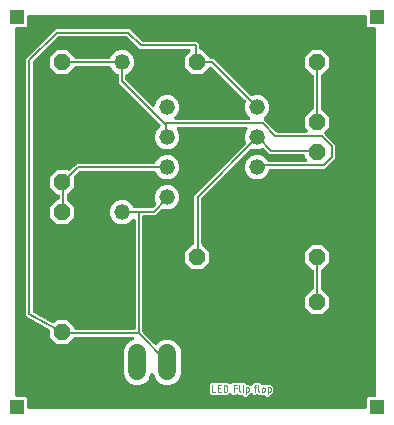
<source format=gbr>
G04 EAGLE Gerber X2 export*
%TF.Part,Single*%
%TF.FileFunction,Copper,L1,Top,Mixed*%
%TF.FilePolarity,Positive*%
%TF.GenerationSoftware,Autodesk,EAGLE,8.6.1*%
%TF.CreationDate,2018-02-10T19:35:33Z*%
G75*
%MOMM*%
%FSLAX34Y34*%
%LPD*%
%AMOC8*
5,1,8,0,0,1.08239X$1,22.5*%
G01*
%ADD10C,0.050800*%
%ADD11C,1.320800*%
%ADD12P,1.429621X8X292.500000*%
%ADD13C,1.524000*%
%ADD14P,1.429621X8X202.500000*%
%ADD15P,1.429621X8X112.500000*%
%ADD16C,0.152400*%
%ADD17R,1.300000X1.300000*%

G36*
X650370Y341380D02*
X650370Y341380D01*
X650396Y341378D01*
X650543Y341400D01*
X650690Y341417D01*
X650715Y341425D01*
X650741Y341429D01*
X650879Y341484D01*
X651018Y341534D01*
X651040Y341548D01*
X651065Y341558D01*
X651186Y341643D01*
X651311Y341723D01*
X651329Y341742D01*
X651351Y341757D01*
X651450Y341867D01*
X651553Y341974D01*
X651567Y341996D01*
X651584Y342016D01*
X651656Y342146D01*
X651732Y342273D01*
X651740Y342298D01*
X651753Y342321D01*
X651793Y342464D01*
X651838Y342605D01*
X651840Y342631D01*
X651848Y342656D01*
X651867Y342900D01*
X651867Y350242D01*
X653058Y351433D01*
X658116Y351433D01*
X658142Y351436D01*
X658168Y351434D01*
X658315Y351456D01*
X658462Y351473D01*
X658487Y351481D01*
X658513Y351485D01*
X658651Y351540D01*
X658790Y351590D01*
X658812Y351604D01*
X658837Y351614D01*
X658958Y351699D01*
X659083Y351779D01*
X659101Y351798D01*
X659123Y351813D01*
X659222Y351923D01*
X659325Y352030D01*
X659339Y352052D01*
X659356Y352072D01*
X659428Y352202D01*
X659504Y352329D01*
X659512Y352354D01*
X659525Y352377D01*
X659565Y352520D01*
X659610Y352661D01*
X659612Y352687D01*
X659620Y352712D01*
X659639Y352956D01*
X659639Y663044D01*
X659636Y663070D01*
X659638Y663096D01*
X659616Y663243D01*
X659599Y663390D01*
X659591Y663415D01*
X659587Y663441D01*
X659532Y663579D01*
X659482Y663718D01*
X659468Y663740D01*
X659458Y663765D01*
X659373Y663886D01*
X659293Y664011D01*
X659274Y664029D01*
X659259Y664051D01*
X659149Y664150D01*
X659042Y664253D01*
X659020Y664267D01*
X659000Y664284D01*
X658870Y664356D01*
X658743Y664432D01*
X658718Y664440D01*
X658695Y664453D01*
X658552Y664493D01*
X658411Y664538D01*
X658385Y664540D01*
X658360Y664548D01*
X658116Y664567D01*
X653058Y664567D01*
X651867Y665758D01*
X651867Y673100D01*
X651864Y673126D01*
X651866Y673152D01*
X651844Y673299D01*
X651827Y673446D01*
X651819Y673471D01*
X651815Y673497D01*
X651760Y673635D01*
X651710Y673774D01*
X651696Y673796D01*
X651686Y673821D01*
X651601Y673942D01*
X651521Y674067D01*
X651502Y674085D01*
X651487Y674107D01*
X651377Y674206D01*
X651270Y674309D01*
X651248Y674323D01*
X651228Y674340D01*
X651098Y674412D01*
X650971Y674488D01*
X650946Y674496D01*
X650923Y674509D01*
X650780Y674549D01*
X650639Y674594D01*
X650613Y674596D01*
X650588Y674604D01*
X650344Y674623D01*
X365656Y674623D01*
X365630Y674620D01*
X365604Y674622D01*
X365457Y674600D01*
X365310Y674583D01*
X365285Y674575D01*
X365259Y674571D01*
X365121Y674516D01*
X364982Y674466D01*
X364960Y674452D01*
X364935Y674442D01*
X364814Y674357D01*
X364689Y674277D01*
X364671Y674258D01*
X364649Y674243D01*
X364550Y674133D01*
X364447Y674026D01*
X364433Y674004D01*
X364416Y673984D01*
X364344Y673854D01*
X364268Y673727D01*
X364260Y673702D01*
X364247Y673679D01*
X364207Y673536D01*
X364162Y673395D01*
X364160Y673369D01*
X364152Y673344D01*
X364133Y673100D01*
X364133Y665758D01*
X362942Y664567D01*
X355600Y664567D01*
X355574Y664564D01*
X355548Y664566D01*
X355401Y664544D01*
X355254Y664527D01*
X355229Y664519D01*
X355203Y664515D01*
X355065Y664460D01*
X354926Y664410D01*
X354904Y664396D01*
X354879Y664386D01*
X354758Y664301D01*
X354633Y664221D01*
X354615Y664202D01*
X354593Y664187D01*
X354494Y664077D01*
X354391Y663970D01*
X354377Y663948D01*
X354360Y663928D01*
X354288Y663798D01*
X354212Y663671D01*
X354204Y663646D01*
X354191Y663623D01*
X354151Y663480D01*
X354106Y663339D01*
X354104Y663313D01*
X354096Y663288D01*
X354077Y663044D01*
X354077Y352956D01*
X354080Y352930D01*
X354078Y352904D01*
X354100Y352757D01*
X354117Y352610D01*
X354125Y352585D01*
X354129Y352559D01*
X354184Y352421D01*
X354234Y352282D01*
X354248Y352260D01*
X354258Y352235D01*
X354343Y352114D01*
X354423Y351989D01*
X354442Y351971D01*
X354457Y351949D01*
X354567Y351850D01*
X354674Y351747D01*
X354696Y351733D01*
X354716Y351716D01*
X354846Y351644D01*
X354973Y351568D01*
X354998Y351560D01*
X355021Y351547D01*
X355164Y351507D01*
X355305Y351462D01*
X355331Y351460D01*
X355356Y351452D01*
X355600Y351433D01*
X362942Y351433D01*
X364133Y350242D01*
X364133Y342900D01*
X364136Y342874D01*
X364134Y342848D01*
X364156Y342701D01*
X364173Y342554D01*
X364181Y342529D01*
X364185Y342503D01*
X364240Y342365D01*
X364290Y342226D01*
X364304Y342204D01*
X364314Y342179D01*
X364399Y342058D01*
X364479Y341933D01*
X364498Y341915D01*
X364513Y341893D01*
X364623Y341794D01*
X364730Y341691D01*
X364752Y341677D01*
X364772Y341660D01*
X364902Y341588D01*
X365029Y341512D01*
X365054Y341504D01*
X365077Y341491D01*
X365220Y341451D01*
X365361Y341406D01*
X365387Y341404D01*
X365412Y341396D01*
X365656Y341377D01*
X650344Y341377D01*
X650370Y341380D01*
G37*
%LPC*%
G36*
X454926Y361949D02*
X454926Y361949D01*
X450725Y363690D01*
X447510Y366905D01*
X445769Y371106D01*
X445769Y390894D01*
X447510Y395095D01*
X450725Y398310D01*
X453980Y399659D01*
X454024Y399683D01*
X454071Y399700D01*
X454176Y399768D01*
X454285Y399828D01*
X454322Y399862D01*
X454364Y399889D01*
X454451Y399979D01*
X454543Y400062D01*
X454571Y400104D01*
X454606Y400140D01*
X454670Y400247D01*
X454741Y400349D01*
X454759Y400396D01*
X454785Y400439D01*
X454823Y400557D01*
X454869Y400673D01*
X454876Y400723D01*
X454891Y400771D01*
X454901Y400895D01*
X454919Y401018D01*
X454915Y401068D01*
X454919Y401118D01*
X454901Y401241D01*
X454891Y401365D01*
X454875Y401413D01*
X454868Y401463D01*
X454822Y401578D01*
X454783Y401697D01*
X454757Y401740D01*
X454739Y401787D01*
X454668Y401889D01*
X454604Y401995D01*
X454569Y402032D01*
X454540Y402073D01*
X454448Y402156D01*
X454361Y402245D01*
X454319Y402273D01*
X454281Y402306D01*
X454172Y402366D01*
X454068Y402434D01*
X454020Y402451D01*
X453976Y402475D01*
X453856Y402509D01*
X453739Y402550D01*
X453689Y402556D01*
X453641Y402570D01*
X453397Y402589D01*
X405249Y402589D01*
X405123Y402575D01*
X404997Y402568D01*
X404951Y402555D01*
X404903Y402549D01*
X404784Y402507D01*
X404662Y402472D01*
X404620Y402448D01*
X404575Y402432D01*
X404468Y402363D01*
X404358Y402302D01*
X404312Y402262D01*
X404282Y402243D01*
X404248Y402208D01*
X404172Y402143D01*
X398014Y395985D01*
X389386Y395985D01*
X383285Y402086D01*
X383285Y407952D01*
X383266Y408117D01*
X383247Y408293D01*
X383246Y408296D01*
X383245Y408298D01*
X383188Y408458D01*
X383130Y408622D01*
X383129Y408624D01*
X383128Y408626D01*
X383036Y408769D01*
X382942Y408915D01*
X382940Y408917D01*
X382939Y408919D01*
X382815Y409038D01*
X382692Y409158D01*
X382690Y409160D01*
X382688Y409161D01*
X382679Y409167D01*
X382487Y409291D01*
X365645Y418408D01*
X365570Y418438D01*
X365500Y418477D01*
X365409Y418502D01*
X365322Y418537D01*
X365242Y418550D01*
X365164Y418572D01*
X365026Y418583D01*
X364977Y418590D01*
X364955Y418588D01*
X364920Y418591D01*
X364856Y418591D01*
X364483Y418965D01*
X364406Y419026D01*
X364336Y419094D01*
X364248Y419151D01*
X364210Y419182D01*
X364179Y419196D01*
X364131Y419228D01*
X363666Y419479D01*
X363647Y419541D01*
X363616Y419615D01*
X363593Y419693D01*
X363547Y419775D01*
X363510Y419861D01*
X363462Y419926D01*
X363423Y419997D01*
X363333Y420102D01*
X363304Y420142D01*
X363287Y420157D01*
X363264Y420183D01*
X363219Y420228D01*
X363219Y420757D01*
X363208Y420854D01*
X363207Y420952D01*
X363185Y421055D01*
X363179Y421103D01*
X363168Y421135D01*
X363156Y421192D01*
X363005Y421698D01*
X363036Y421755D01*
X363066Y421830D01*
X363105Y421900D01*
X363130Y421991D01*
X363165Y422078D01*
X363178Y422158D01*
X363200Y422236D01*
X363211Y422374D01*
X363218Y422422D01*
X363216Y422445D01*
X363219Y422480D01*
X363219Y637682D01*
X388224Y662687D01*
X450992Y662687D01*
X461213Y652465D01*
X461312Y652386D01*
X461406Y652302D01*
X461449Y652278D01*
X461486Y652248D01*
X461601Y652194D01*
X461711Y652133D01*
X461758Y652120D01*
X461802Y652099D01*
X461925Y652073D01*
X462047Y652038D01*
X462108Y652033D01*
X462142Y652026D01*
X462190Y652027D01*
X462291Y652019D01*
X506538Y652019D01*
X506583Y652024D01*
X506673Y652025D01*
X507759Y652122D01*
X507795Y652111D01*
X508570Y651336D01*
X508606Y651308D01*
X508670Y651245D01*
X509506Y650546D01*
X509525Y650513D01*
X509525Y649416D01*
X509530Y649371D01*
X509531Y649281D01*
X509752Y646803D01*
X509779Y646672D01*
X509799Y646541D01*
X509814Y646502D01*
X509823Y646461D01*
X509878Y646341D01*
X509927Y646217D01*
X509951Y646183D01*
X509969Y646145D01*
X510051Y646040D01*
X510126Y645931D01*
X510157Y645903D01*
X510183Y645870D01*
X510286Y645787D01*
X510385Y645698D01*
X510422Y645677D01*
X510454Y645651D01*
X510574Y645593D01*
X510690Y645529D01*
X510730Y645518D01*
X510768Y645500D01*
X510898Y645470D01*
X511025Y645434D01*
X511077Y645430D01*
X511108Y645423D01*
X511158Y645424D01*
X511269Y645415D01*
X512314Y645415D01*
X518415Y639314D01*
X518415Y639064D01*
X518418Y639038D01*
X518416Y639012D01*
X518438Y638865D01*
X518455Y638718D01*
X518463Y638693D01*
X518467Y638667D01*
X518522Y638529D01*
X518572Y638390D01*
X518586Y638368D01*
X518596Y638343D01*
X518681Y638222D01*
X518761Y638097D01*
X518780Y638079D01*
X518795Y638057D01*
X518905Y637958D01*
X519012Y637855D01*
X519034Y637841D01*
X519054Y637824D01*
X519184Y637752D01*
X519311Y637676D01*
X519336Y637668D01*
X519359Y637655D01*
X519502Y637615D01*
X519643Y637570D01*
X519669Y637568D01*
X519694Y637560D01*
X519938Y637541D01*
X522112Y637541D01*
X552904Y606748D01*
X552964Y606701D01*
X553017Y606646D01*
X553100Y606593D01*
X553177Y606532D01*
X553246Y606499D01*
X553310Y606458D01*
X553403Y606425D01*
X553492Y606383D01*
X553567Y606367D01*
X553639Y606341D01*
X553737Y606330D01*
X553833Y606309D01*
X553909Y606311D01*
X553985Y606302D01*
X554083Y606314D01*
X554181Y606315D01*
X554255Y606334D01*
X554331Y606343D01*
X554473Y606389D01*
X554519Y606400D01*
X554536Y606409D01*
X554564Y606418D01*
X556728Y607315D01*
X560872Y607315D01*
X564700Y605729D01*
X567629Y602800D01*
X569215Y598972D01*
X569215Y594828D01*
X567629Y591000D01*
X564773Y588144D01*
X564756Y588123D01*
X564736Y588106D01*
X564648Y587987D01*
X564556Y587871D01*
X564545Y587847D01*
X564529Y587826D01*
X564470Y587690D01*
X564407Y587556D01*
X564402Y587530D01*
X564391Y587506D01*
X564365Y587360D01*
X564334Y587215D01*
X564334Y587189D01*
X564329Y587163D01*
X564337Y587015D01*
X564340Y586867D01*
X564346Y586841D01*
X564347Y586815D01*
X564389Y586672D01*
X564425Y586529D01*
X564437Y586505D01*
X564444Y586480D01*
X564516Y586351D01*
X564584Y586219D01*
X564601Y586199D01*
X564614Y586176D01*
X564773Y585990D01*
X575005Y575757D01*
X575104Y575678D01*
X575198Y575594D01*
X575241Y575570D01*
X575278Y575540D01*
X575393Y575486D01*
X575503Y575425D01*
X575550Y575412D01*
X575594Y575391D01*
X575717Y575365D01*
X575839Y575330D01*
X575900Y575325D01*
X575934Y575318D01*
X575982Y575319D01*
X576083Y575311D01*
X600083Y575311D01*
X600183Y575322D01*
X600283Y575324D01*
X600356Y575342D01*
X600429Y575351D01*
X600524Y575384D01*
X600621Y575409D01*
X600688Y575443D01*
X600758Y575468D01*
X600842Y575523D01*
X600931Y575569D01*
X600988Y575617D01*
X601050Y575657D01*
X601120Y575729D01*
X601197Y575794D01*
X601241Y575854D01*
X601293Y575908D01*
X601344Y575994D01*
X601404Y576075D01*
X601433Y576143D01*
X601471Y576207D01*
X601502Y576303D01*
X601542Y576395D01*
X601555Y576468D01*
X601578Y576539D01*
X601586Y576639D01*
X601603Y576738D01*
X601600Y576812D01*
X601606Y576886D01*
X601591Y576986D01*
X601585Y577086D01*
X601565Y577157D01*
X601554Y577231D01*
X601517Y577324D01*
X601489Y577421D01*
X601453Y577486D01*
X601425Y577555D01*
X601368Y577637D01*
X601319Y577725D01*
X601254Y577801D01*
X601226Y577841D01*
X601200Y577865D01*
X601160Y577911D01*
X599185Y579886D01*
X599185Y588514D01*
X605286Y594615D01*
X605536Y594615D01*
X605562Y594618D01*
X605588Y594616D01*
X605735Y594638D01*
X605882Y594655D01*
X605907Y594663D01*
X605933Y594667D01*
X606071Y594722D01*
X606210Y594772D01*
X606232Y594786D01*
X606257Y594796D01*
X606378Y594881D01*
X606503Y594961D01*
X606521Y594980D01*
X606543Y594995D01*
X606642Y595105D01*
X606745Y595212D01*
X606759Y595234D01*
X606776Y595254D01*
X606848Y595384D01*
X606924Y595511D01*
X606932Y595536D01*
X606945Y595559D01*
X606985Y595702D01*
X607030Y595843D01*
X607032Y595869D01*
X607040Y595894D01*
X607059Y596138D01*
X607059Y623062D01*
X607056Y623088D01*
X607058Y623114D01*
X607036Y623261D01*
X607019Y623408D01*
X607011Y623433D01*
X607007Y623459D01*
X606952Y623597D01*
X606902Y623736D01*
X606888Y623758D01*
X606878Y623783D01*
X606793Y623904D01*
X606713Y624029D01*
X606694Y624047D01*
X606679Y624069D01*
X606569Y624168D01*
X606462Y624271D01*
X606440Y624285D01*
X606420Y624302D01*
X606290Y624374D01*
X606163Y624450D01*
X606138Y624458D01*
X606115Y624471D01*
X605972Y624511D01*
X605831Y624556D01*
X605805Y624558D01*
X605780Y624566D01*
X605536Y624585D01*
X605286Y624585D01*
X599185Y630686D01*
X599185Y639314D01*
X605286Y645415D01*
X613914Y645415D01*
X620015Y639314D01*
X620015Y630686D01*
X613880Y624552D01*
X613826Y624545D01*
X613801Y624537D01*
X613775Y624533D01*
X613637Y624478D01*
X613498Y624428D01*
X613476Y624414D01*
X613451Y624404D01*
X613330Y624319D01*
X613205Y624239D01*
X613187Y624220D01*
X613165Y624205D01*
X613066Y624095D01*
X612963Y623988D01*
X612949Y623966D01*
X612932Y623946D01*
X612860Y623816D01*
X612784Y623689D01*
X612776Y623664D01*
X612763Y623641D01*
X612723Y623498D01*
X612678Y623357D01*
X612676Y623331D01*
X612668Y623306D01*
X612649Y623062D01*
X612649Y596138D01*
X612652Y596112D01*
X612650Y596086D01*
X612672Y595939D01*
X612689Y595792D01*
X612697Y595767D01*
X612701Y595741D01*
X612756Y595603D01*
X612806Y595464D01*
X612820Y595442D01*
X612830Y595417D01*
X612915Y595296D01*
X612995Y595171D01*
X613014Y595153D01*
X613029Y595131D01*
X613139Y595032D01*
X613246Y594929D01*
X613268Y594915D01*
X613288Y594898D01*
X613418Y594826D01*
X613545Y594750D01*
X613570Y594742D01*
X613593Y594729D01*
X613736Y594689D01*
X613877Y594644D01*
X613886Y594643D01*
X620015Y588514D01*
X620015Y579886D01*
X616081Y575952D01*
X616064Y575931D01*
X616044Y575914D01*
X615956Y575795D01*
X615864Y575679D01*
X615853Y575655D01*
X615837Y575634D01*
X615778Y575498D01*
X615715Y575364D01*
X615710Y575338D01*
X615699Y575314D01*
X615673Y575168D01*
X615642Y575023D01*
X615642Y574997D01*
X615637Y574971D01*
X615645Y574823D01*
X615648Y574675D01*
X615654Y574649D01*
X615655Y574623D01*
X615696Y574481D01*
X615733Y574337D01*
X615745Y574313D01*
X615752Y574288D01*
X615824Y574159D01*
X615892Y574027D01*
X615909Y574007D01*
X615922Y573984D01*
X616081Y573798D01*
X616651Y573227D01*
X625095Y564784D01*
X625095Y553578D01*
X616346Y544829D01*
X570564Y544829D01*
X570488Y544821D01*
X570412Y544822D01*
X570316Y544801D01*
X570218Y544789D01*
X570146Y544764D01*
X570071Y544747D01*
X569983Y544705D01*
X569890Y544672D01*
X569826Y544630D01*
X569757Y544598D01*
X569680Y544536D01*
X569597Y544483D01*
X569544Y544428D01*
X569484Y544380D01*
X569423Y544303D01*
X569355Y544232D01*
X569316Y544167D01*
X569268Y544107D01*
X569200Y543973D01*
X569176Y543933D01*
X569170Y543915D01*
X569157Y543889D01*
X567629Y540200D01*
X564700Y537271D01*
X560872Y535685D01*
X556728Y535685D01*
X552900Y537271D01*
X549971Y540200D01*
X548385Y544028D01*
X548385Y548172D01*
X549971Y552000D01*
X552900Y554929D01*
X556728Y556515D01*
X560872Y556515D01*
X564700Y554929D01*
X567629Y552000D01*
X567894Y551359D01*
X567932Y551292D01*
X567960Y551221D01*
X568016Y551141D01*
X568064Y551054D01*
X568115Y550998D01*
X568159Y550935D01*
X568232Y550869D01*
X568298Y550796D01*
X568361Y550753D01*
X568418Y550702D01*
X568504Y550654D01*
X568585Y550598D01*
X568656Y550570D01*
X568723Y550533D01*
X568817Y550506D01*
X568909Y550470D01*
X568984Y550459D01*
X569058Y550438D01*
X569207Y550426D01*
X569254Y550419D01*
X569273Y550421D01*
X569302Y550419D01*
X599575Y550419D01*
X599675Y550430D01*
X599775Y550432D01*
X599848Y550450D01*
X599921Y550459D01*
X600016Y550492D01*
X600113Y550517D01*
X600180Y550551D01*
X600250Y550576D01*
X600334Y550631D01*
X600423Y550677D01*
X600480Y550725D01*
X600542Y550765D01*
X600612Y550837D01*
X600689Y550902D01*
X600733Y550962D01*
X600785Y551016D01*
X600836Y551102D01*
X600896Y551183D01*
X600925Y551251D01*
X600963Y551315D01*
X600994Y551411D01*
X601034Y551503D01*
X601047Y551576D01*
X601070Y551647D01*
X601078Y551747D01*
X601095Y551846D01*
X601092Y551920D01*
X601098Y551994D01*
X601083Y552094D01*
X601077Y552194D01*
X601057Y552265D01*
X601046Y552339D01*
X601009Y552432D01*
X600981Y552529D01*
X600945Y552594D01*
X600917Y552663D01*
X600860Y552745D01*
X600811Y552833D01*
X600746Y552909D01*
X600718Y552949D01*
X600692Y552973D01*
X600652Y553019D01*
X599185Y554486D01*
X599185Y555752D01*
X599182Y555778D01*
X599184Y555804D01*
X599162Y555951D01*
X599145Y556098D01*
X599137Y556123D01*
X599133Y556149D01*
X599078Y556287D01*
X599028Y556426D01*
X599014Y556448D01*
X599004Y556473D01*
X598919Y556594D01*
X598839Y556719D01*
X598820Y556737D01*
X598805Y556759D01*
X598695Y556858D01*
X598588Y556961D01*
X598566Y556975D01*
X598546Y556992D01*
X598416Y557064D01*
X598289Y557140D01*
X598264Y557148D01*
X598241Y557161D01*
X598098Y557201D01*
X597957Y557246D01*
X597931Y557248D01*
X597906Y557256D01*
X597662Y557275D01*
X569580Y557275D01*
X565055Y561800D01*
X564995Y561848D01*
X564942Y561903D01*
X564859Y561956D01*
X564782Y562017D01*
X564713Y562050D01*
X564649Y562091D01*
X564556Y562124D01*
X564467Y562166D01*
X564393Y562182D01*
X564320Y562208D01*
X564222Y562219D01*
X564126Y562239D01*
X564050Y562238D01*
X563974Y562247D01*
X563876Y562235D01*
X563778Y562233D01*
X563704Y562215D01*
X563628Y562206D01*
X563486Y562160D01*
X563440Y562148D01*
X563423Y562140D01*
X563395Y562131D01*
X560872Y561085D01*
X556728Y561085D01*
X554744Y561907D01*
X554670Y561928D01*
X554600Y561959D01*
X554503Y561976D01*
X554408Y562003D01*
X554332Y562007D01*
X554257Y562020D01*
X554159Y562015D01*
X554060Y562020D01*
X553985Y562006D01*
X553909Y562002D01*
X553814Y561975D01*
X553718Y561957D01*
X553647Y561927D01*
X553574Y561906D01*
X553488Y561858D01*
X553398Y561819D01*
X553337Y561773D01*
X553270Y561736D01*
X553156Y561639D01*
X553118Y561611D01*
X553106Y561596D01*
X553084Y561577D01*
X511749Y520243D01*
X511670Y520144D01*
X511586Y520050D01*
X511562Y520007D01*
X511532Y519970D01*
X511478Y519855D01*
X511417Y519745D01*
X511404Y519698D01*
X511383Y519654D01*
X511357Y519531D01*
X511322Y519409D01*
X511317Y519348D01*
X511310Y519314D01*
X511311Y519266D01*
X511303Y519165D01*
X511303Y481838D01*
X511306Y481812D01*
X511304Y481786D01*
X511326Y481639D01*
X511343Y481492D01*
X511351Y481467D01*
X511355Y481441D01*
X511410Y481303D01*
X511460Y481164D01*
X511474Y481142D01*
X511484Y481117D01*
X511569Y480996D01*
X511649Y480871D01*
X511668Y480853D01*
X511683Y480831D01*
X511793Y480732D01*
X511900Y480629D01*
X511922Y480615D01*
X511942Y480598D01*
X512072Y480526D01*
X512149Y480480D01*
X518415Y474214D01*
X518415Y465586D01*
X512314Y459485D01*
X503686Y459485D01*
X497585Y465586D01*
X497585Y474214D01*
X503686Y480315D01*
X504190Y480315D01*
X504216Y480318D01*
X504242Y480316D01*
X504389Y480338D01*
X504536Y480355D01*
X504561Y480363D01*
X504587Y480367D01*
X504725Y480422D01*
X504864Y480472D01*
X504886Y480486D01*
X504911Y480496D01*
X505032Y480581D01*
X505157Y480661D01*
X505175Y480680D01*
X505197Y480695D01*
X505296Y480805D01*
X505399Y480912D01*
X505413Y480934D01*
X505430Y480954D01*
X505502Y481084D01*
X505578Y481211D01*
X505586Y481236D01*
X505599Y481259D01*
X505639Y481401D01*
X505684Y481543D01*
X505686Y481569D01*
X505694Y481594D01*
X505713Y481838D01*
X505713Y522112D01*
X549026Y565424D01*
X549074Y565484D01*
X549128Y565537D01*
X549181Y565620D01*
X549243Y565697D01*
X549275Y565766D01*
X549317Y565831D01*
X549350Y565924D01*
X549392Y566012D01*
X549408Y566087D01*
X549433Y566159D01*
X549444Y566257D01*
X549465Y566353D01*
X549464Y566429D01*
X549472Y566506D01*
X549461Y566603D01*
X549459Y566702D01*
X549440Y566776D01*
X549431Y566852D01*
X549386Y566994D01*
X549374Y567040D01*
X549365Y567057D01*
X549356Y567084D01*
X548385Y569428D01*
X548385Y573572D01*
X549971Y577400D01*
X550360Y577789D01*
X550423Y577867D01*
X550492Y577940D01*
X550531Y578004D01*
X550577Y578062D01*
X550620Y578153D01*
X550671Y578239D01*
X550694Y578310D01*
X550726Y578377D01*
X550747Y578475D01*
X550778Y578571D01*
X550784Y578645D01*
X550799Y578718D01*
X550797Y578818D01*
X550806Y578918D01*
X550794Y578992D01*
X550793Y579066D01*
X550769Y579163D01*
X550754Y579263D01*
X550726Y579332D01*
X550708Y579404D01*
X550662Y579493D01*
X550625Y579587D01*
X550583Y579648D01*
X550549Y579714D01*
X550483Y579791D01*
X550426Y579873D01*
X550371Y579923D01*
X550323Y579979D01*
X550242Y580039D01*
X550167Y580106D01*
X550102Y580142D01*
X550042Y580187D01*
X549950Y580226D01*
X549862Y580275D01*
X549791Y580295D01*
X549722Y580325D01*
X549624Y580342D01*
X549527Y580370D01*
X549427Y580378D01*
X549379Y580386D01*
X549344Y580384D01*
X549283Y580389D01*
X492117Y580389D01*
X492017Y580378D01*
X491917Y580376D01*
X491844Y580358D01*
X491771Y580349D01*
X491676Y580316D01*
X491579Y580291D01*
X491513Y580257D01*
X491443Y580232D01*
X491358Y580177D01*
X491269Y580131D01*
X491212Y580083D01*
X491150Y580043D01*
X491080Y579971D01*
X491003Y579906D01*
X490959Y579846D01*
X490908Y579792D01*
X490856Y579706D01*
X490796Y579625D01*
X490767Y579557D01*
X490729Y579493D01*
X490698Y579398D01*
X490658Y579305D01*
X490645Y579232D01*
X490622Y579161D01*
X490614Y579061D01*
X490597Y578962D01*
X490600Y578888D01*
X490594Y578814D01*
X490609Y578715D01*
X490615Y578614D01*
X490635Y578543D01*
X490646Y578469D01*
X490683Y578376D01*
X490711Y578279D01*
X490747Y578214D01*
X490775Y578145D01*
X490832Y578063D01*
X490881Y577975D01*
X490946Y577899D01*
X490974Y577859D01*
X491000Y577835D01*
X491040Y577789D01*
X491429Y577400D01*
X493015Y573572D01*
X493015Y569428D01*
X491429Y565600D01*
X488500Y562671D01*
X484672Y561085D01*
X480528Y561085D01*
X476700Y562671D01*
X473771Y565600D01*
X472185Y569428D01*
X472185Y573572D01*
X473771Y577400D01*
X476754Y580383D01*
X476771Y580404D01*
X476791Y580421D01*
X476879Y580540D01*
X476971Y580656D01*
X476982Y580680D01*
X476998Y580701D01*
X477057Y580837D01*
X477120Y580971D01*
X477125Y580997D01*
X477136Y581021D01*
X477162Y581167D01*
X477193Y581312D01*
X477193Y581338D01*
X477198Y581364D01*
X477190Y581512D01*
X477187Y581660D01*
X477181Y581686D01*
X477180Y581712D01*
X477139Y581854D01*
X477102Y581998D01*
X477090Y582022D01*
X477083Y582047D01*
X477011Y582176D01*
X476943Y582308D01*
X476926Y582328D01*
X476913Y582351D01*
X476754Y582537D01*
X443789Y615503D01*
X441705Y617586D01*
X441705Y623867D01*
X441697Y623943D01*
X441698Y624019D01*
X441677Y624116D01*
X441665Y624213D01*
X441640Y624285D01*
X441623Y624360D01*
X441581Y624449D01*
X441548Y624541D01*
X441506Y624606D01*
X441474Y624675D01*
X441412Y624751D01*
X441359Y624834D01*
X441304Y624887D01*
X441256Y624947D01*
X441179Y625008D01*
X441108Y625076D01*
X441043Y625116D01*
X440983Y625163D01*
X440850Y625231D01*
X440809Y625255D01*
X440791Y625261D01*
X440765Y625274D01*
X438600Y626171D01*
X435671Y629100D01*
X434880Y631011D01*
X434842Y631078D01*
X434814Y631149D01*
X434758Y631230D01*
X434710Y631316D01*
X434659Y631372D01*
X434615Y631435D01*
X434542Y631501D01*
X434476Y631574D01*
X434413Y631617D01*
X434356Y631668D01*
X434270Y631716D01*
X434189Y631772D01*
X434118Y631800D01*
X434051Y631837D01*
X433957Y631864D01*
X433865Y631900D01*
X433790Y631911D01*
X433716Y631932D01*
X433567Y631944D01*
X433520Y631951D01*
X433501Y631949D01*
X433472Y631951D01*
X405638Y631951D01*
X405612Y631948D01*
X405586Y631950D01*
X405439Y631928D01*
X405292Y631911D01*
X405267Y631903D01*
X405241Y631899D01*
X405103Y631844D01*
X404964Y631794D01*
X404942Y631780D01*
X404917Y631770D01*
X404796Y631685D01*
X404671Y631605D01*
X404653Y631586D01*
X404631Y631571D01*
X404532Y631461D01*
X404429Y631354D01*
X404415Y631332D01*
X404398Y631312D01*
X404326Y631182D01*
X404250Y631055D01*
X404242Y631030D01*
X404229Y631007D01*
X404189Y630864D01*
X404144Y630723D01*
X404143Y630714D01*
X398014Y624585D01*
X389386Y624585D01*
X383285Y630686D01*
X383285Y639314D01*
X389386Y645415D01*
X398014Y645415D01*
X404115Y639314D01*
X404115Y639064D01*
X404118Y639038D01*
X404116Y639012D01*
X404138Y638865D01*
X404155Y638718D01*
X404163Y638693D01*
X404167Y638667D01*
X404222Y638529D01*
X404272Y638390D01*
X404286Y638368D01*
X404296Y638343D01*
X404381Y638222D01*
X404461Y638097D01*
X404480Y638079D01*
X404495Y638057D01*
X404605Y637958D01*
X404712Y637855D01*
X404734Y637841D01*
X404754Y637824D01*
X404884Y637752D01*
X405011Y637676D01*
X405036Y637668D01*
X405059Y637655D01*
X405202Y637615D01*
X405343Y637570D01*
X405369Y637568D01*
X405394Y637560D01*
X405638Y637541D01*
X433262Y637541D01*
X433338Y637549D01*
X433414Y637548D01*
X433510Y637569D01*
X433608Y637581D01*
X433680Y637606D01*
X433755Y637623D01*
X433843Y637665D01*
X433936Y637698D01*
X434000Y637740D01*
X434069Y637772D01*
X434146Y637834D01*
X434229Y637887D01*
X434282Y637942D01*
X434342Y637990D01*
X434403Y638067D01*
X434471Y638138D01*
X434510Y638203D01*
X434558Y638263D01*
X434626Y638397D01*
X434650Y638437D01*
X434656Y638455D01*
X434669Y638481D01*
X435671Y640900D01*
X438600Y643829D01*
X442428Y645415D01*
X446572Y645415D01*
X450400Y643829D01*
X453329Y640900D01*
X454915Y637072D01*
X454915Y632928D01*
X453329Y629100D01*
X450400Y626171D01*
X448235Y625274D01*
X448168Y625237D01*
X448097Y625209D01*
X448016Y625153D01*
X447930Y625105D01*
X447874Y625054D01*
X447811Y625010D01*
X447745Y624937D01*
X447672Y624871D01*
X447629Y624808D01*
X447578Y624751D01*
X447530Y624665D01*
X447474Y624584D01*
X447446Y624513D01*
X447409Y624446D01*
X447382Y624351D01*
X447346Y624260D01*
X447335Y624184D01*
X447314Y624111D01*
X447302Y623962D01*
X447295Y623915D01*
X447297Y623896D01*
X447295Y623867D01*
X447295Y620533D01*
X447309Y620407D01*
X447316Y620281D01*
X447329Y620234D01*
X447335Y620186D01*
X447377Y620067D01*
X447412Y619946D01*
X447436Y619904D01*
X447452Y619858D01*
X447521Y619752D01*
X447582Y619642D01*
X447622Y619596D01*
X447641Y619565D01*
X447676Y619532D01*
X447741Y619455D01*
X469585Y597611D01*
X469663Y597549D01*
X469736Y597479D01*
X469800Y597441D01*
X469858Y597395D01*
X469949Y597352D01*
X470035Y597300D01*
X470106Y597278D01*
X470173Y597246D01*
X470271Y597225D01*
X470367Y597194D01*
X470441Y597188D01*
X470514Y597173D01*
X470614Y597174D01*
X470714Y597166D01*
X470788Y597177D01*
X470862Y597178D01*
X470959Y597203D01*
X471059Y597218D01*
X471128Y597245D01*
X471200Y597263D01*
X471290Y597310D01*
X471383Y597347D01*
X471444Y597389D01*
X471510Y597423D01*
X471587Y597488D01*
X471669Y597546D01*
X471719Y597601D01*
X471775Y597649D01*
X471835Y597730D01*
X471902Y597804D01*
X471938Y597869D01*
X471983Y597929D01*
X472022Y598021D01*
X472071Y598109D01*
X472091Y598181D01*
X472121Y598249D01*
X472138Y598348D01*
X472166Y598445D01*
X472174Y598545D01*
X472182Y598592D01*
X472180Y598628D01*
X472185Y598689D01*
X472185Y598972D01*
X473771Y602800D01*
X476700Y605729D01*
X480528Y607315D01*
X484672Y607315D01*
X488500Y605729D01*
X491429Y602800D01*
X493015Y598972D01*
X493015Y594828D01*
X491429Y591000D01*
X489008Y588579D01*
X488945Y588501D01*
X488876Y588428D01*
X488837Y588364D01*
X488791Y588306D01*
X488748Y588215D01*
X488697Y588129D01*
X488674Y588058D01*
X488642Y587991D01*
X488621Y587893D01*
X488590Y587797D01*
X488584Y587723D01*
X488569Y587650D01*
X488571Y587550D01*
X488562Y587450D01*
X488574Y587376D01*
X488575Y587302D01*
X488599Y587205D01*
X488614Y587105D01*
X488642Y587036D01*
X488660Y586964D01*
X488706Y586875D01*
X488743Y586781D01*
X488785Y586720D01*
X488819Y586654D01*
X488885Y586578D01*
X488942Y586495D01*
X488997Y586445D01*
X489045Y586389D01*
X489126Y586329D01*
X489201Y586262D01*
X489266Y586226D01*
X489326Y586181D01*
X489418Y586142D01*
X489506Y586093D01*
X489577Y586073D01*
X489646Y586043D01*
X489744Y586026D01*
X489841Y585998D01*
X489941Y585990D01*
X489989Y585982D01*
X490024Y585984D01*
X490085Y585979D01*
X551315Y585979D01*
X551415Y585990D01*
X551515Y585992D01*
X551588Y586010D01*
X551661Y586019D01*
X551756Y586052D01*
X551853Y586077D01*
X551919Y586111D01*
X551989Y586136D01*
X552074Y586191D01*
X552163Y586237D01*
X552220Y586285D01*
X552282Y586325D01*
X552352Y586397D01*
X552429Y586462D01*
X552473Y586522D01*
X552524Y586576D01*
X552576Y586662D01*
X552636Y586743D01*
X552665Y586811D01*
X552703Y586875D01*
X552734Y586971D01*
X552774Y587063D01*
X552787Y587136D01*
X552810Y587207D01*
X552818Y587307D01*
X552835Y587406D01*
X552832Y587480D01*
X552838Y587554D01*
X552823Y587654D01*
X552817Y587754D01*
X552797Y587825D01*
X552786Y587899D01*
X552749Y587992D01*
X552721Y588089D01*
X552685Y588154D01*
X552657Y588223D01*
X552600Y588305D01*
X552551Y588393D01*
X552486Y588469D01*
X552458Y588509D01*
X552432Y588533D01*
X552392Y588579D01*
X549971Y591000D01*
X548385Y594828D01*
X548385Y598972D01*
X549282Y601136D01*
X549303Y601210D01*
X549333Y601280D01*
X549350Y601376D01*
X549377Y601471D01*
X549381Y601547D01*
X549395Y601623D01*
X549390Y601721D01*
X549394Y601819D01*
X549381Y601894D01*
X549377Y601971D01*
X549350Y602065D01*
X549332Y602162D01*
X549301Y602232D01*
X549280Y602306D01*
X549232Y602392D01*
X549193Y602482D01*
X549147Y602543D01*
X549110Y602610D01*
X549013Y602724D01*
X548985Y602761D01*
X548971Y602774D01*
X548952Y602796D01*
X520815Y630932D01*
X520795Y630949D01*
X520778Y630969D01*
X520658Y631057D01*
X520542Y631149D01*
X520519Y631160D01*
X520497Y631176D01*
X520361Y631235D01*
X520227Y631298D01*
X520201Y631303D01*
X520177Y631314D01*
X520031Y631340D01*
X519886Y631371D01*
X519860Y631371D01*
X519834Y631376D01*
X519686Y631368D01*
X519538Y631365D01*
X519513Y631359D01*
X519486Y631358D01*
X519344Y631317D01*
X519200Y631280D01*
X519177Y631268D01*
X519151Y631261D01*
X519022Y631189D01*
X518890Y631121D01*
X518870Y631104D01*
X518847Y631091D01*
X518661Y630932D01*
X512314Y624585D01*
X503686Y624585D01*
X497585Y630686D01*
X497585Y639314D01*
X502100Y643829D01*
X502163Y643907D01*
X502233Y643980D01*
X502271Y644044D01*
X502317Y644102D01*
X502360Y644193D01*
X502411Y644279D01*
X502434Y644350D01*
X502466Y644417D01*
X502487Y644515D01*
X502518Y644611D01*
X502524Y644685D01*
X502539Y644758D01*
X502537Y644858D01*
X502546Y644958D01*
X502535Y645032D01*
X502533Y645106D01*
X502509Y645203D01*
X502494Y645303D01*
X502466Y645372D01*
X502448Y645444D01*
X502402Y645534D01*
X502365Y645627D01*
X502323Y645688D01*
X502289Y645754D01*
X502223Y645831D01*
X502166Y645913D01*
X502111Y645963D01*
X502063Y646019D01*
X501982Y646079D01*
X501907Y646146D01*
X501842Y646182D01*
X501782Y646227D01*
X501690Y646266D01*
X501602Y646315D01*
X501531Y646335D01*
X501462Y646365D01*
X501364Y646382D01*
X501267Y646410D01*
X501167Y646418D01*
X501119Y646426D01*
X501084Y646424D01*
X501023Y646429D01*
X459344Y646429D01*
X449123Y656651D01*
X449024Y656730D01*
X448930Y656814D01*
X448887Y656838D01*
X448850Y656868D01*
X448735Y656922D01*
X448625Y656983D01*
X448578Y656996D01*
X448534Y657017D01*
X448411Y657043D01*
X448289Y657078D01*
X448228Y657083D01*
X448194Y657090D01*
X448146Y657089D01*
X448045Y657097D01*
X391171Y657097D01*
X391045Y657083D01*
X390919Y657076D01*
X390872Y657063D01*
X390824Y657057D01*
X390705Y657015D01*
X390584Y656980D01*
X390542Y656956D01*
X390496Y656940D01*
X390390Y656871D01*
X390280Y656810D01*
X390233Y656770D01*
X390203Y656751D01*
X390170Y656716D01*
X390093Y656651D01*
X369255Y635813D01*
X369176Y635714D01*
X369092Y635620D01*
X369068Y635577D01*
X369038Y635540D01*
X368984Y635425D01*
X368923Y635315D01*
X368910Y635268D01*
X368889Y635224D01*
X368863Y635101D01*
X368828Y634979D01*
X368823Y634918D01*
X368816Y634884D01*
X368817Y634836D01*
X368809Y634735D01*
X368809Y423959D01*
X368828Y423790D01*
X368847Y423617D01*
X368848Y423615D01*
X368849Y423612D01*
X368906Y423453D01*
X368964Y423289D01*
X368965Y423287D01*
X368966Y423284D01*
X369058Y423142D01*
X369152Y422995D01*
X369154Y422994D01*
X369155Y422992D01*
X369279Y422872D01*
X369402Y422752D01*
X369404Y422751D01*
X369406Y422749D01*
X369415Y422744D01*
X369607Y422619D01*
X385207Y414175D01*
X385351Y414117D01*
X385493Y414056D01*
X385512Y414053D01*
X385530Y414045D01*
X385683Y414022D01*
X385836Y413994D01*
X385855Y413995D01*
X385875Y413993D01*
X386030Y414004D01*
X386184Y414012D01*
X386202Y414018D01*
X386222Y414019D01*
X386370Y414066D01*
X386519Y414109D01*
X386536Y414119D01*
X386554Y414124D01*
X386688Y414204D01*
X386823Y414279D01*
X386841Y414294D01*
X386854Y414302D01*
X386886Y414333D01*
X387009Y414438D01*
X389386Y416815D01*
X398014Y416815D01*
X404115Y410714D01*
X404115Y409702D01*
X404118Y409676D01*
X404116Y409650D01*
X404138Y409503D01*
X404155Y409356D01*
X404163Y409331D01*
X404167Y409305D01*
X404222Y409167D01*
X404272Y409028D01*
X404286Y409006D01*
X404296Y408981D01*
X404381Y408860D01*
X404461Y408735D01*
X404480Y408717D01*
X404495Y408695D01*
X404605Y408596D01*
X404712Y408493D01*
X404734Y408479D01*
X404754Y408462D01*
X404884Y408390D01*
X405011Y408314D01*
X405036Y408306D01*
X405059Y408293D01*
X405202Y408253D01*
X405343Y408208D01*
X405369Y408206D01*
X405394Y408198D01*
X405638Y408179D01*
X454406Y408179D01*
X454432Y408182D01*
X454458Y408180D01*
X454605Y408202D01*
X454752Y408219D01*
X454777Y408227D01*
X454803Y408231D01*
X454941Y408286D01*
X455080Y408336D01*
X455102Y408350D01*
X455127Y408360D01*
X455248Y408445D01*
X455373Y408525D01*
X455391Y408544D01*
X455413Y408559D01*
X455512Y408669D01*
X455615Y408776D01*
X455629Y408798D01*
X455646Y408818D01*
X455718Y408948D01*
X455794Y409075D01*
X455802Y409100D01*
X455815Y409123D01*
X455855Y409266D01*
X455900Y409407D01*
X455902Y409433D01*
X455910Y409458D01*
X455929Y409702D01*
X455929Y501023D01*
X455918Y501123D01*
X455916Y501223D01*
X455898Y501296D01*
X455889Y501369D01*
X455856Y501464D01*
X455831Y501561D01*
X455797Y501627D01*
X455772Y501697D01*
X455717Y501782D01*
X455671Y501871D01*
X455623Y501928D01*
X455583Y501990D01*
X455511Y502060D01*
X455446Y502137D01*
X455386Y502181D01*
X455332Y502232D01*
X455246Y502284D01*
X455165Y502344D01*
X455097Y502373D01*
X455033Y502411D01*
X454937Y502442D01*
X454845Y502482D01*
X454772Y502495D01*
X454701Y502518D01*
X454601Y502526D01*
X454502Y502543D01*
X454428Y502540D01*
X454354Y502546D01*
X454254Y502531D01*
X454154Y502525D01*
X454083Y502505D01*
X454009Y502494D01*
X453916Y502457D01*
X453819Y502429D01*
X453754Y502393D01*
X453685Y502365D01*
X453603Y502308D01*
X453515Y502259D01*
X453439Y502194D01*
X453399Y502166D01*
X453375Y502140D01*
X453329Y502100D01*
X450400Y499171D01*
X446572Y497585D01*
X442428Y497585D01*
X438600Y499171D01*
X435671Y502100D01*
X434085Y505928D01*
X434085Y510072D01*
X435671Y513900D01*
X438600Y516829D01*
X442428Y518415D01*
X446572Y518415D01*
X450400Y516829D01*
X453329Y513900D01*
X454015Y512243D01*
X454052Y512176D01*
X454081Y512105D01*
X454137Y512025D01*
X454185Y511938D01*
X454236Y511882D01*
X454280Y511819D01*
X454353Y511753D01*
X454419Y511680D01*
X454482Y511637D01*
X454538Y511586D01*
X454624Y511538D01*
X454705Y511482D01*
X454777Y511454D01*
X454843Y511417D01*
X454938Y511390D01*
X455030Y511354D01*
X455105Y511343D01*
X455179Y511322D01*
X455328Y511310D01*
X455374Y511303D01*
X455394Y511305D01*
X455423Y511303D01*
X469381Y511303D01*
X469507Y511317D01*
X469633Y511324D01*
X469680Y511337D01*
X469728Y511343D01*
X469847Y511385D01*
X469968Y511420D01*
X470010Y511444D01*
X470056Y511460D01*
X470162Y511529D01*
X470272Y511590D01*
X470318Y511630D01*
X470349Y511649D01*
X470382Y511684D01*
X470459Y511749D01*
X472975Y514265D01*
X473022Y514325D01*
X473077Y514378D01*
X473130Y514461D01*
X473191Y514538D01*
X473224Y514607D01*
X473265Y514672D01*
X473298Y514764D01*
X473340Y514853D01*
X473356Y514928D01*
X473382Y515000D01*
X473393Y515098D01*
X473414Y515194D01*
X473412Y515270D01*
X473421Y515346D01*
X473409Y515444D01*
X473408Y515542D01*
X473389Y515617D01*
X473380Y515692D01*
X473334Y515834D01*
X473323Y515880D01*
X473314Y515897D01*
X473305Y515925D01*
X472185Y518628D01*
X472185Y522772D01*
X473771Y526600D01*
X476700Y529529D01*
X480528Y531115D01*
X484672Y531115D01*
X488500Y529529D01*
X491429Y526600D01*
X493015Y522772D01*
X493015Y518628D01*
X491429Y514800D01*
X488500Y511871D01*
X484672Y510285D01*
X480528Y510285D01*
X478903Y510959D01*
X478829Y510980D01*
X478759Y511010D01*
X478662Y511027D01*
X478568Y511054D01*
X478491Y511058D01*
X478416Y511072D01*
X478318Y511066D01*
X478220Y511071D01*
X478144Y511058D01*
X478068Y511054D01*
X477974Y511026D01*
X477877Y511009D01*
X477807Y510978D01*
X477733Y510957D01*
X477647Y510909D01*
X477557Y510870D01*
X477496Y510824D01*
X477429Y510787D01*
X477315Y510690D01*
X477277Y510662D01*
X477265Y510647D01*
X477243Y510628D01*
X472328Y505713D01*
X463042Y505713D01*
X463016Y505710D01*
X462990Y505712D01*
X462843Y505690D01*
X462696Y505673D01*
X462671Y505665D01*
X462645Y505661D01*
X462507Y505606D01*
X462368Y505556D01*
X462346Y505542D01*
X462321Y505532D01*
X462200Y505447D01*
X462075Y505367D01*
X462057Y505348D01*
X462035Y505333D01*
X461936Y505223D01*
X461833Y505116D01*
X461819Y505094D01*
X461802Y505074D01*
X461730Y504944D01*
X461654Y504817D01*
X461646Y504792D01*
X461633Y504769D01*
X461593Y504626D01*
X461548Y504485D01*
X461546Y504459D01*
X461538Y504434D01*
X461519Y504190D01*
X461519Y407173D01*
X461533Y407047D01*
X461540Y406921D01*
X461553Y406874D01*
X461559Y406826D01*
X461601Y406707D01*
X461636Y406586D01*
X461660Y406544D01*
X461676Y406498D01*
X461745Y406392D01*
X461806Y406282D01*
X461846Y406236D01*
X461865Y406205D01*
X461900Y406172D01*
X461965Y406095D01*
X471860Y396200D01*
X471881Y396184D01*
X471898Y396164D01*
X472017Y396076D01*
X472133Y395983D01*
X472157Y395972D01*
X472178Y395957D01*
X472314Y395898D01*
X472448Y395834D01*
X472474Y395829D01*
X472498Y395819D01*
X472644Y395792D01*
X472789Y395761D01*
X472815Y395762D01*
X472841Y395757D01*
X472990Y395765D01*
X473138Y395767D01*
X473163Y395773D01*
X473189Y395775D01*
X473332Y395816D01*
X473476Y395852D01*
X473499Y395864D01*
X473524Y395871D01*
X473654Y395944D01*
X473785Y396012D01*
X473805Y396029D01*
X473828Y396042D01*
X474015Y396200D01*
X476125Y398310D01*
X480326Y400051D01*
X484874Y400051D01*
X489075Y398310D01*
X492290Y395095D01*
X494031Y390894D01*
X494031Y371106D01*
X492290Y366905D01*
X489075Y363690D01*
X484874Y361949D01*
X480326Y361949D01*
X476125Y363690D01*
X472910Y366905D01*
X471307Y370773D01*
X471259Y370861D01*
X471219Y370953D01*
X471174Y371013D01*
X471138Y371078D01*
X471070Y371152D01*
X471011Y371233D01*
X470954Y371281D01*
X470904Y371336D01*
X470821Y371393D01*
X470745Y371458D01*
X470678Y371492D01*
X470617Y371534D01*
X470524Y371571D01*
X470434Y371617D01*
X470362Y371635D01*
X470293Y371662D01*
X470194Y371676D01*
X470096Y371701D01*
X470022Y371702D01*
X469948Y371713D01*
X469848Y371704D01*
X469748Y371706D01*
X469675Y371690D01*
X469601Y371684D01*
X469505Y371653D01*
X469407Y371631D01*
X469340Y371600D01*
X469269Y371577D01*
X469183Y371525D01*
X469092Y371482D01*
X469034Y371435D01*
X468971Y371397D01*
X468898Y371327D01*
X468820Y371264D01*
X468774Y371206D01*
X468721Y371154D01*
X468666Y371070D01*
X468604Y370991D01*
X468558Y370901D01*
X468532Y370861D01*
X468520Y370827D01*
X468493Y370773D01*
X466890Y366905D01*
X463675Y363690D01*
X459474Y361949D01*
X454926Y361949D01*
G37*
%LPD*%
%LPC*%
G36*
X389386Y497585D02*
X389386Y497585D01*
X383285Y503686D01*
X383285Y512314D01*
X389386Y518415D01*
X390398Y518415D01*
X390424Y518418D01*
X390450Y518416D01*
X390597Y518438D01*
X390744Y518455D01*
X390769Y518463D01*
X390795Y518467D01*
X390933Y518522D01*
X391072Y518572D01*
X391094Y518586D01*
X391119Y518596D01*
X391240Y518681D01*
X391365Y518761D01*
X391383Y518780D01*
X391405Y518795D01*
X391504Y518905D01*
X391607Y519012D01*
X391621Y519034D01*
X391638Y519054D01*
X391710Y519184D01*
X391786Y519311D01*
X391794Y519336D01*
X391807Y519359D01*
X391847Y519502D01*
X391892Y519643D01*
X391894Y519669D01*
X391902Y519694D01*
X391921Y519938D01*
X391921Y521462D01*
X391918Y521488D01*
X391920Y521514D01*
X391898Y521661D01*
X391881Y521808D01*
X391873Y521833D01*
X391869Y521859D01*
X391814Y521997D01*
X391764Y522136D01*
X391750Y522158D01*
X391740Y522183D01*
X391655Y522304D01*
X391575Y522429D01*
X391556Y522447D01*
X391541Y522469D01*
X391431Y522568D01*
X391324Y522671D01*
X391302Y522685D01*
X391282Y522702D01*
X391152Y522774D01*
X391025Y522850D01*
X391000Y522858D01*
X390977Y522871D01*
X390834Y522911D01*
X390693Y522956D01*
X390667Y522958D01*
X390642Y522966D01*
X390398Y522985D01*
X389386Y522985D01*
X383285Y529086D01*
X383285Y537714D01*
X389386Y543815D01*
X398014Y543815D01*
X398519Y543310D01*
X398540Y543293D01*
X398557Y543273D01*
X398676Y543185D01*
X398792Y543093D01*
X398816Y543082D01*
X398837Y543066D01*
X398973Y543008D01*
X399107Y542944D01*
X399133Y542938D01*
X399157Y542928D01*
X399303Y542902D01*
X399448Y542871D01*
X399474Y542871D01*
X399500Y542866D01*
X399648Y542874D01*
X399796Y542877D01*
X399822Y542883D01*
X399848Y542884D01*
X399991Y542925D01*
X400134Y542962D01*
X400158Y542974D01*
X400183Y542981D01*
X400312Y543053D01*
X400444Y543121D01*
X400464Y543138D01*
X400487Y543151D01*
X400673Y543310D01*
X403921Y546557D01*
X403921Y546558D01*
X406004Y548641D01*
X471362Y548641D01*
X471438Y548649D01*
X471514Y548648D01*
X471610Y548669D01*
X471708Y548681D01*
X471780Y548706D01*
X471855Y548723D01*
X471943Y548765D01*
X472036Y548798D01*
X472100Y548840D01*
X472169Y548872D01*
X472246Y548934D01*
X472329Y548987D01*
X472382Y549042D01*
X472442Y549090D01*
X472503Y549167D01*
X472571Y549238D01*
X472610Y549303D01*
X472658Y549363D01*
X472726Y549496D01*
X472750Y549537D01*
X472756Y549555D01*
X472769Y549581D01*
X473771Y552000D01*
X476700Y554929D01*
X480528Y556515D01*
X484672Y556515D01*
X488500Y554929D01*
X491429Y552000D01*
X493015Y548172D01*
X493015Y544028D01*
X491429Y540200D01*
X488500Y537271D01*
X484672Y535685D01*
X480528Y535685D01*
X476700Y537271D01*
X473771Y540200D01*
X472980Y542111D01*
X472942Y542178D01*
X472914Y542249D01*
X472858Y542330D01*
X472810Y542416D01*
X472759Y542472D01*
X472715Y542535D01*
X472642Y542601D01*
X472576Y542674D01*
X472513Y542717D01*
X472456Y542768D01*
X472370Y542816D01*
X472289Y542872D01*
X472218Y542900D01*
X472151Y542937D01*
X472057Y542964D01*
X471965Y543000D01*
X471890Y543011D01*
X471816Y543032D01*
X471667Y543044D01*
X471620Y543051D01*
X471601Y543049D01*
X471572Y543051D01*
X408951Y543051D01*
X408825Y543037D01*
X408699Y543030D01*
X408652Y543017D01*
X408604Y543011D01*
X408485Y542969D01*
X408364Y542934D01*
X408322Y542910D01*
X408276Y542894D01*
X408170Y542825D01*
X408060Y542764D01*
X408013Y542724D01*
X407983Y542705D01*
X407950Y542670D01*
X407873Y542605D01*
X404561Y539293D01*
X404482Y539194D01*
X404398Y539100D01*
X404374Y539057D01*
X404344Y539020D01*
X404290Y538905D01*
X404229Y538795D01*
X404216Y538748D01*
X404195Y538704D01*
X404169Y538581D01*
X404134Y538459D01*
X404129Y538398D01*
X404122Y538364D01*
X404123Y538316D01*
X404115Y538215D01*
X404115Y529086D01*
X397957Y522928D01*
X397878Y522829D01*
X397794Y522735D01*
X397770Y522693D01*
X397740Y522655D01*
X397686Y522541D01*
X397625Y522430D01*
X397612Y522384D01*
X397591Y522340D01*
X397565Y522217D01*
X397530Y522095D01*
X397525Y522034D01*
X397518Y521999D01*
X397519Y521951D01*
X397511Y521851D01*
X397511Y519549D01*
X397525Y519423D01*
X397532Y519297D01*
X397545Y519251D01*
X397551Y519203D01*
X397593Y519084D01*
X397628Y518962D01*
X397652Y518920D01*
X397668Y518875D01*
X397737Y518768D01*
X397798Y518658D01*
X397838Y518612D01*
X397857Y518582D01*
X397892Y518548D01*
X397957Y518472D01*
X404115Y512314D01*
X404115Y503686D01*
X398014Y497585D01*
X389386Y497585D01*
G37*
%LPD*%
%LPC*%
G36*
X605286Y421385D02*
X605286Y421385D01*
X599185Y427486D01*
X599185Y436114D01*
X605286Y442215D01*
X605536Y442215D01*
X605562Y442218D01*
X605588Y442216D01*
X605735Y442238D01*
X605882Y442255D01*
X605907Y442263D01*
X605933Y442267D01*
X606071Y442322D01*
X606210Y442372D01*
X606232Y442386D01*
X606257Y442396D01*
X606378Y442481D01*
X606503Y442561D01*
X606521Y442580D01*
X606543Y442595D01*
X606642Y442705D01*
X606745Y442812D01*
X606759Y442834D01*
X606776Y442854D01*
X606848Y442984D01*
X606924Y443111D01*
X606932Y443136D01*
X606945Y443159D01*
X606985Y443302D01*
X607030Y443443D01*
X607032Y443469D01*
X607040Y443494D01*
X607059Y443738D01*
X607059Y457962D01*
X607056Y457988D01*
X607058Y458014D01*
X607036Y458161D01*
X607019Y458308D01*
X607011Y458333D01*
X607007Y458359D01*
X606952Y458497D01*
X606902Y458636D01*
X606888Y458658D01*
X606878Y458683D01*
X606793Y458804D01*
X606713Y458929D01*
X606694Y458947D01*
X606679Y458969D01*
X606569Y459068D01*
X606462Y459171D01*
X606440Y459185D01*
X606420Y459202D01*
X606290Y459274D01*
X606163Y459350D01*
X606138Y459358D01*
X606115Y459371D01*
X605972Y459411D01*
X605831Y459456D01*
X605805Y459458D01*
X605780Y459466D01*
X605536Y459485D01*
X605286Y459485D01*
X599185Y465586D01*
X599185Y474214D01*
X605286Y480315D01*
X613914Y480315D01*
X620015Y474214D01*
X620015Y465586D01*
X613880Y459452D01*
X613826Y459445D01*
X613801Y459437D01*
X613775Y459433D01*
X613637Y459378D01*
X613498Y459328D01*
X613476Y459314D01*
X613451Y459304D01*
X613330Y459219D01*
X613205Y459139D01*
X613187Y459120D01*
X613165Y459105D01*
X613066Y458995D01*
X612963Y458888D01*
X612949Y458866D01*
X612932Y458846D01*
X612860Y458716D01*
X612784Y458589D01*
X612776Y458564D01*
X612763Y458541D01*
X612723Y458398D01*
X612678Y458257D01*
X612676Y458231D01*
X612668Y458206D01*
X612649Y457962D01*
X612649Y443738D01*
X612652Y443712D01*
X612650Y443686D01*
X612672Y443539D01*
X612689Y443392D01*
X612697Y443367D01*
X612701Y443341D01*
X612756Y443203D01*
X612806Y443064D01*
X612820Y443042D01*
X612830Y443017D01*
X612915Y442896D01*
X612995Y442771D01*
X613014Y442753D01*
X613029Y442731D01*
X613139Y442632D01*
X613246Y442529D01*
X613268Y442515D01*
X613288Y442498D01*
X613418Y442426D01*
X613545Y442350D01*
X613570Y442342D01*
X613593Y442329D01*
X613736Y442289D01*
X613877Y442244D01*
X613886Y442243D01*
X620015Y436114D01*
X620015Y427486D01*
X613914Y421385D01*
X605286Y421385D01*
G37*
%LPD*%
%LPC*%
G36*
X548132Y351705D02*
X548132Y351705D01*
X546716Y353121D01*
X546617Y353200D01*
X546523Y353284D01*
X546481Y353308D01*
X546443Y353338D01*
X546329Y353392D01*
X546218Y353453D01*
X546172Y353466D01*
X546128Y353487D01*
X546004Y353513D01*
X545883Y353548D01*
X545822Y353553D01*
X545787Y353560D01*
X545739Y353559D01*
X545639Y353567D01*
X543886Y353567D01*
X542554Y354336D01*
X542553Y354337D01*
X542552Y354337D01*
X542400Y354403D01*
X542235Y354475D01*
X542233Y354475D01*
X542232Y354475D01*
X542063Y354506D01*
X541892Y354537D01*
X541890Y354537D01*
X541889Y354537D01*
X541718Y354528D01*
X541544Y354520D01*
X541542Y354519D01*
X541541Y354519D01*
X541381Y354473D01*
X541209Y354424D01*
X541207Y354423D01*
X541206Y354423D01*
X541051Y354336D01*
X540904Y354254D01*
X540903Y354253D01*
X540902Y354252D01*
X540716Y354094D01*
X540189Y353567D01*
X538295Y353567D01*
X537022Y354840D01*
X537001Y354856D01*
X536984Y354876D01*
X536865Y354964D01*
X536749Y355057D01*
X536725Y355068D01*
X536704Y355083D01*
X536568Y355142D01*
X536434Y355206D01*
X536408Y355211D01*
X536384Y355221D01*
X536237Y355248D01*
X536093Y355279D01*
X536067Y355278D01*
X536041Y355283D01*
X535892Y355275D01*
X535745Y355273D01*
X535719Y355267D01*
X535693Y355265D01*
X535551Y355224D01*
X535407Y355188D01*
X535383Y355176D01*
X535358Y355169D01*
X535229Y355096D01*
X535097Y355028D01*
X535077Y355011D01*
X535054Y354998D01*
X534868Y354840D01*
X533595Y353567D01*
X532005Y353567D01*
X530427Y353567D01*
X520007Y353567D01*
X518667Y354907D01*
X518667Y362389D01*
X520007Y363729D01*
X521901Y363729D01*
X522254Y363376D01*
X522275Y363359D01*
X522292Y363339D01*
X522411Y363251D01*
X522527Y363159D01*
X522551Y363148D01*
X522572Y363132D01*
X522708Y363074D01*
X522842Y363010D01*
X522868Y363005D01*
X522892Y362994D01*
X523038Y362968D01*
X523183Y362937D01*
X523209Y362937D01*
X523235Y362933D01*
X523384Y362940D01*
X523532Y362943D01*
X523557Y362949D01*
X523583Y362950D01*
X523726Y362992D01*
X523870Y363028D01*
X523893Y363040D01*
X523918Y363047D01*
X524047Y363119D01*
X524179Y363187D01*
X524199Y363204D01*
X524222Y363217D01*
X524408Y363376D01*
X524762Y363729D01*
X533033Y363729D01*
X534863Y362673D01*
X534927Y362586D01*
X534966Y362553D01*
X534999Y362514D01*
X535099Y362440D01*
X535193Y362360D01*
X535238Y362337D01*
X535279Y362307D01*
X535393Y362258D01*
X535503Y362201D01*
X535553Y362189D01*
X535600Y362169D01*
X535721Y362147D01*
X535841Y362117D01*
X535892Y362116D01*
X535943Y362107D01*
X536066Y362113D01*
X536190Y362111D01*
X536240Y362122D01*
X536291Y362125D01*
X536409Y362159D01*
X536530Y362185D01*
X536576Y362207D01*
X536625Y362221D01*
X536733Y362282D01*
X536845Y362335D01*
X536885Y362367D01*
X536930Y362392D01*
X537116Y362550D01*
X538295Y363729D01*
X547737Y363729D01*
X549154Y362312D01*
X549253Y362234D01*
X549347Y362149D01*
X549389Y362126D01*
X549427Y362096D01*
X549541Y362042D01*
X549652Y361980D01*
X549698Y361967D01*
X549742Y361947D01*
X549865Y361920D01*
X549987Y361886D01*
X550048Y361881D01*
X550083Y361873D01*
X550131Y361874D01*
X550231Y361866D01*
X551586Y361866D01*
X551614Y361844D01*
X551667Y361789D01*
X551789Y361705D01*
X551826Y361675D01*
X551844Y361667D01*
X551869Y361650D01*
X552801Y361111D01*
X552802Y361111D01*
X552803Y361110D01*
X552955Y361045D01*
X553121Y360973D01*
X553122Y360973D01*
X553123Y360972D01*
X553287Y360943D01*
X553464Y360911D01*
X553465Y360911D01*
X553466Y360910D01*
X553637Y360919D01*
X553812Y360928D01*
X553813Y360928D01*
X553814Y360928D01*
X553969Y360973D01*
X554147Y361024D01*
X554148Y361024D01*
X554149Y361025D01*
X554288Y361102D01*
X554451Y361193D01*
X554452Y361194D01*
X554453Y361195D01*
X554640Y361353D01*
X554718Y361432D01*
X554766Y361492D01*
X554822Y361546D01*
X554906Y361668D01*
X554935Y361705D01*
X554943Y361723D01*
X554961Y361748D01*
X555607Y362866D01*
X556725Y363512D01*
X556787Y363558D01*
X556855Y363596D01*
X556967Y363692D01*
X557005Y363720D01*
X557013Y363729D01*
X560857Y363729D01*
X562239Y362347D01*
X562252Y362337D01*
X562262Y362324D01*
X562388Y362228D01*
X562512Y362131D01*
X562527Y362123D01*
X562540Y362113D01*
X562684Y362049D01*
X562827Y361982D01*
X562843Y361978D01*
X562858Y361971D01*
X563013Y361941D01*
X563168Y361908D01*
X563184Y361909D01*
X563201Y361905D01*
X563359Y361912D01*
X563516Y361914D01*
X563532Y361918D01*
X563549Y361919D01*
X563787Y361976D01*
X564008Y362048D01*
X565354Y361610D01*
X565370Y361607D01*
X565386Y361600D01*
X565541Y361573D01*
X565696Y361541D01*
X565712Y361542D01*
X565729Y361539D01*
X565886Y361547D01*
X566044Y361552D01*
X566060Y361556D01*
X566077Y361557D01*
X566228Y361600D01*
X566381Y361641D01*
X566396Y361649D01*
X566412Y361653D01*
X566549Y361730D01*
X566689Y361804D01*
X566701Y361815D01*
X566716Y361823D01*
X566766Y361866D01*
X570239Y361866D01*
X570267Y361844D01*
X570321Y361789D01*
X570443Y361705D01*
X570480Y361675D01*
X570498Y361667D01*
X570522Y361650D01*
X571641Y361004D01*
X572287Y359885D01*
X572333Y359823D01*
X572371Y359756D01*
X572466Y359643D01*
X572495Y359605D01*
X572504Y359598D01*
X572504Y355831D01*
X572481Y355804D01*
X572426Y355750D01*
X572342Y355628D01*
X572313Y355591D01*
X572304Y355573D01*
X572287Y355548D01*
X571641Y354430D01*
X570782Y353933D01*
X570660Y353843D01*
X570536Y353757D01*
X570521Y353740D01*
X570502Y353726D01*
X570404Y353610D01*
X570303Y353498D01*
X570291Y353478D01*
X570276Y353460D01*
X570208Y353326D01*
X570134Y353193D01*
X570128Y353171D01*
X570117Y353150D01*
X570115Y353139D01*
X568680Y351705D01*
X566786Y351705D01*
X565496Y352995D01*
X565483Y353005D01*
X565472Y353018D01*
X565347Y353113D01*
X565223Y353211D01*
X565208Y353218D01*
X565195Y353228D01*
X565050Y353293D01*
X564908Y353360D01*
X564892Y353364D01*
X564877Y353370D01*
X564721Y353400D01*
X564567Y353433D01*
X564551Y353433D01*
X564534Y353436D01*
X564376Y353430D01*
X564219Y353427D01*
X564203Y353423D01*
X564186Y353423D01*
X564018Y353383D01*
X563084Y353686D01*
X563067Y353689D01*
X563052Y353696D01*
X562897Y353724D01*
X562742Y353755D01*
X562726Y353755D01*
X562709Y353758D01*
X562552Y353750D01*
X562394Y353745D01*
X562378Y353741D01*
X562361Y353740D01*
X562210Y353696D01*
X562057Y353656D01*
X562042Y353648D01*
X562026Y353643D01*
X561891Y353567D01*
X559979Y353567D01*
X559723Y353715D01*
X559722Y353716D01*
X559720Y353717D01*
X559563Y353784D01*
X559403Y353854D01*
X559402Y353854D01*
X559400Y353855D01*
X559233Y353885D01*
X559060Y353916D01*
X559059Y353916D01*
X559057Y353916D01*
X558884Y353907D01*
X558712Y353899D01*
X558711Y353898D01*
X558709Y353898D01*
X558543Y353850D01*
X558377Y353803D01*
X558376Y353802D01*
X558375Y353802D01*
X558220Y353715D01*
X558073Y353633D01*
X558072Y353632D01*
X558070Y353632D01*
X557995Y353567D01*
X556084Y353567D01*
X555209Y354442D01*
X555169Y354474D01*
X555135Y354512D01*
X555033Y354582D01*
X554936Y354659D01*
X554890Y354680D01*
X554848Y354709D01*
X554733Y354755D01*
X554621Y354808D01*
X554571Y354818D01*
X554524Y354837D01*
X554401Y354855D01*
X554280Y354881D01*
X554229Y354880D01*
X554179Y354888D01*
X554055Y354877D01*
X553932Y354875D01*
X553882Y354863D01*
X553831Y354858D01*
X553714Y354820D01*
X553594Y354790D01*
X553548Y354767D01*
X553500Y354751D01*
X553394Y354687D01*
X553284Y354630D01*
X553245Y354597D01*
X553201Y354571D01*
X553156Y354527D01*
X552128Y353933D01*
X552007Y353843D01*
X551883Y353757D01*
X551867Y353740D01*
X551848Y353726D01*
X551750Y353610D01*
X551649Y353498D01*
X551638Y353478D01*
X551623Y353460D01*
X551554Y353326D01*
X551481Y353193D01*
X551474Y353171D01*
X551464Y353150D01*
X551461Y353139D01*
X550027Y351705D01*
X548132Y351705D01*
G37*
%LPD*%
D10*
X520954Y361442D02*
X520954Y355854D01*
X523438Y355854D01*
X525709Y355854D02*
X528192Y355854D01*
X525709Y355854D02*
X525709Y361442D01*
X528192Y361442D01*
X527571Y358958D02*
X525709Y358958D01*
X530453Y361442D02*
X530453Y355854D01*
X530453Y361442D02*
X532005Y361442D01*
X532081Y361440D01*
X532157Y361435D01*
X532233Y361425D01*
X532308Y361412D01*
X532382Y361395D01*
X532456Y361375D01*
X532528Y361351D01*
X532599Y361324D01*
X532669Y361293D01*
X532737Y361259D01*
X532803Y361221D01*
X532867Y361180D01*
X532930Y361137D01*
X532990Y361090D01*
X533047Y361040D01*
X533102Y360987D01*
X533155Y360932D01*
X533205Y360875D01*
X533252Y360815D01*
X533295Y360752D01*
X533336Y360688D01*
X533374Y360622D01*
X533408Y360554D01*
X533439Y360484D01*
X533466Y360413D01*
X533490Y360340D01*
X533510Y360267D01*
X533527Y360193D01*
X533540Y360118D01*
X533550Y360042D01*
X533555Y359966D01*
X533557Y359890D01*
X533557Y357406D01*
X533555Y357327D01*
X533549Y357249D01*
X533539Y357171D01*
X533525Y357094D01*
X533507Y357017D01*
X533486Y356941D01*
X533460Y356867D01*
X533431Y356794D01*
X533398Y356723D01*
X533362Y356653D01*
X533322Y356585D01*
X533279Y356519D01*
X533232Y356456D01*
X533183Y356395D01*
X533130Y356337D01*
X533074Y356281D01*
X533016Y356228D01*
X532955Y356179D01*
X532892Y356132D01*
X532826Y356089D01*
X532758Y356049D01*
X532689Y356013D01*
X532617Y355980D01*
X532544Y355951D01*
X532470Y355925D01*
X532394Y355904D01*
X532317Y355886D01*
X532240Y355872D01*
X532162Y355862D01*
X532084Y355856D01*
X532005Y355854D01*
X530453Y355854D01*
X539242Y355854D02*
X539242Y361442D01*
X541725Y361442D01*
X541725Y358958D02*
X539242Y358958D01*
X543817Y356785D02*
X543817Y361442D01*
X543817Y356785D02*
X543819Y356727D01*
X543824Y356668D01*
X543833Y356611D01*
X543846Y356553D01*
X543863Y356497D01*
X543882Y356442D01*
X543906Y356389D01*
X543932Y356336D01*
X543962Y356286D01*
X543995Y356238D01*
X544031Y356192D01*
X544069Y356148D01*
X544111Y356106D01*
X544155Y356068D01*
X544201Y356032D01*
X544249Y355999D01*
X544299Y355969D01*
X544352Y355943D01*
X544405Y355919D01*
X544460Y355900D01*
X544516Y355883D01*
X544574Y355870D01*
X544631Y355861D01*
X544690Y355856D01*
X544748Y355854D01*
X546635Y355854D02*
X546635Y359579D01*
X546480Y361132D02*
X546480Y361442D01*
X546790Y361442D01*
X546790Y361132D01*
X546480Y361132D01*
X549080Y359579D02*
X549080Y353991D01*
X549080Y359579D02*
X550632Y359579D01*
X550690Y359577D01*
X550749Y359572D01*
X550806Y359563D01*
X550864Y359550D01*
X550920Y359533D01*
X550975Y359514D01*
X551028Y359490D01*
X551081Y359464D01*
X551131Y359434D01*
X551179Y359401D01*
X551225Y359365D01*
X551269Y359327D01*
X551311Y359285D01*
X551349Y359241D01*
X551385Y359195D01*
X551418Y359147D01*
X551448Y359097D01*
X551474Y359044D01*
X551498Y358991D01*
X551517Y358936D01*
X551534Y358880D01*
X551547Y358822D01*
X551556Y358765D01*
X551561Y358706D01*
X551563Y358648D01*
X551563Y356785D01*
X551561Y356727D01*
X551556Y356668D01*
X551547Y356611D01*
X551534Y356553D01*
X551517Y356497D01*
X551498Y356442D01*
X551474Y356389D01*
X551448Y356336D01*
X551418Y356286D01*
X551385Y356238D01*
X551349Y356192D01*
X551311Y356148D01*
X551269Y356106D01*
X551225Y356068D01*
X551179Y356032D01*
X551131Y355999D01*
X551081Y355969D01*
X551028Y355943D01*
X550975Y355919D01*
X550920Y355900D01*
X550864Y355883D01*
X550806Y355870D01*
X550749Y355861D01*
X550690Y355856D01*
X550632Y355854D01*
X549080Y355854D01*
X557031Y355854D02*
X557031Y360511D01*
X557033Y360569D01*
X557038Y360628D01*
X557047Y360685D01*
X557060Y360743D01*
X557077Y360799D01*
X557096Y360854D01*
X557120Y360907D01*
X557146Y360960D01*
X557176Y361010D01*
X557209Y361058D01*
X557245Y361104D01*
X557283Y361148D01*
X557325Y361190D01*
X557369Y361228D01*
X557415Y361264D01*
X557463Y361297D01*
X557514Y361327D01*
X557566Y361353D01*
X557619Y361377D01*
X557674Y361396D01*
X557730Y361413D01*
X557788Y361426D01*
X557845Y361435D01*
X557904Y361440D01*
X557962Y361442D01*
X558273Y361442D01*
X558273Y359579D02*
X556410Y359579D01*
X559910Y361442D02*
X559910Y356785D01*
X559912Y356727D01*
X559917Y356668D01*
X559926Y356611D01*
X559939Y356553D01*
X559956Y356497D01*
X559975Y356442D01*
X559999Y356389D01*
X560025Y356336D01*
X560055Y356286D01*
X560088Y356238D01*
X560124Y356192D01*
X560162Y356148D01*
X560204Y356106D01*
X560248Y356068D01*
X560294Y356032D01*
X560342Y355999D01*
X560392Y355969D01*
X560445Y355943D01*
X560498Y355919D01*
X560553Y355900D01*
X560609Y355883D01*
X560667Y355870D01*
X560724Y355861D01*
X560783Y355856D01*
X560841Y355854D01*
X562767Y357096D02*
X562767Y358338D01*
X562766Y358338D02*
X562768Y358408D01*
X562774Y358477D01*
X562784Y358546D01*
X562797Y358614D01*
X562815Y358682D01*
X562836Y358748D01*
X562861Y358813D01*
X562889Y358877D01*
X562921Y358939D01*
X562956Y358999D01*
X562995Y359057D01*
X563037Y359112D01*
X563082Y359166D01*
X563130Y359216D01*
X563180Y359264D01*
X563234Y359309D01*
X563289Y359351D01*
X563347Y359390D01*
X563407Y359425D01*
X563469Y359457D01*
X563533Y359485D01*
X563598Y359510D01*
X563664Y359531D01*
X563732Y359549D01*
X563800Y359562D01*
X563869Y359572D01*
X563938Y359578D01*
X564008Y359580D01*
X564078Y359578D01*
X564147Y359572D01*
X564216Y359562D01*
X564284Y359549D01*
X564352Y359531D01*
X564418Y359510D01*
X564483Y359485D01*
X564547Y359457D01*
X564609Y359425D01*
X564669Y359390D01*
X564727Y359351D01*
X564782Y359309D01*
X564836Y359264D01*
X564886Y359216D01*
X564934Y359166D01*
X564979Y359112D01*
X565021Y359057D01*
X565060Y358999D01*
X565095Y358939D01*
X565127Y358877D01*
X565155Y358813D01*
X565180Y358748D01*
X565201Y358682D01*
X565219Y358614D01*
X565232Y358546D01*
X565242Y358477D01*
X565248Y358408D01*
X565250Y358338D01*
X565250Y357096D01*
X565248Y357026D01*
X565242Y356957D01*
X565232Y356888D01*
X565219Y356820D01*
X565201Y356752D01*
X565180Y356686D01*
X565155Y356621D01*
X565127Y356557D01*
X565095Y356495D01*
X565060Y356435D01*
X565021Y356377D01*
X564979Y356322D01*
X564934Y356268D01*
X564886Y356218D01*
X564836Y356170D01*
X564782Y356125D01*
X564727Y356083D01*
X564669Y356044D01*
X564609Y356009D01*
X564547Y355977D01*
X564483Y355949D01*
X564418Y355924D01*
X564352Y355903D01*
X564284Y355885D01*
X564216Y355872D01*
X564147Y355862D01*
X564078Y355856D01*
X564008Y355854D01*
X563938Y355856D01*
X563869Y355862D01*
X563800Y355872D01*
X563732Y355885D01*
X563664Y355903D01*
X563598Y355924D01*
X563533Y355949D01*
X563469Y355977D01*
X563407Y356009D01*
X563347Y356044D01*
X563289Y356083D01*
X563234Y356125D01*
X563180Y356170D01*
X563130Y356218D01*
X563082Y356268D01*
X563037Y356322D01*
X562995Y356377D01*
X562956Y356435D01*
X562921Y356495D01*
X562889Y356557D01*
X562861Y356621D01*
X562836Y356686D01*
X562815Y356752D01*
X562797Y356820D01*
X562784Y356888D01*
X562774Y356957D01*
X562768Y357026D01*
X562766Y357096D01*
X567733Y359579D02*
X567733Y353991D01*
X567733Y359579D02*
X569285Y359579D01*
X569343Y359577D01*
X569402Y359572D01*
X569459Y359563D01*
X569517Y359550D01*
X569573Y359533D01*
X569628Y359514D01*
X569681Y359490D01*
X569734Y359464D01*
X569784Y359434D01*
X569832Y359401D01*
X569878Y359365D01*
X569922Y359327D01*
X569964Y359285D01*
X570002Y359241D01*
X570038Y359195D01*
X570071Y359147D01*
X570101Y359097D01*
X570127Y359044D01*
X570151Y358991D01*
X570170Y358936D01*
X570187Y358880D01*
X570200Y358822D01*
X570209Y358765D01*
X570214Y358706D01*
X570216Y358648D01*
X570217Y358648D02*
X570217Y356785D01*
X570216Y356785D02*
X570214Y356727D01*
X570209Y356668D01*
X570200Y356611D01*
X570187Y356553D01*
X570170Y356497D01*
X570151Y356442D01*
X570127Y356389D01*
X570101Y356336D01*
X570071Y356286D01*
X570038Y356238D01*
X570002Y356192D01*
X569964Y356148D01*
X569922Y356106D01*
X569878Y356068D01*
X569832Y356032D01*
X569784Y355999D01*
X569734Y355969D01*
X569681Y355943D01*
X569628Y355919D01*
X569573Y355900D01*
X569517Y355883D01*
X569459Y355870D01*
X569402Y355861D01*
X569343Y355856D01*
X569285Y355854D01*
X567733Y355854D01*
D11*
X444500Y635000D03*
D12*
X444500Y584200D03*
D11*
X444500Y508000D03*
D12*
X444500Y457200D03*
D11*
X558800Y520700D03*
X558800Y546100D03*
X482600Y546100D03*
X482600Y520700D03*
X558800Y571500D03*
X558800Y596900D03*
X482600Y571500D03*
X482600Y596900D03*
D13*
X482600Y388620D02*
X482600Y373380D01*
X457200Y373380D02*
X457200Y388620D01*
X431800Y388620D02*
X431800Y373380D01*
D12*
X609600Y431800D03*
X609600Y406400D03*
X609600Y584200D03*
X609600Y558800D03*
D14*
X609600Y635000D03*
X508000Y635000D03*
X609600Y469900D03*
X508000Y469900D03*
D15*
X393700Y533400D03*
X393700Y635000D03*
X393700Y406400D03*
X393700Y508000D03*
D16*
X609854Y584962D02*
X609854Y634746D01*
X609854Y584962D02*
X609600Y584200D01*
X609854Y634746D02*
X609600Y635000D01*
X508508Y520954D02*
X508508Y471170D01*
X508508Y520954D02*
X558292Y570738D01*
X508508Y471170D02*
X508000Y469900D01*
X558292Y570738D02*
X558800Y571500D01*
X570738Y560070D02*
X608076Y560070D01*
X570738Y560070D02*
X560070Y570738D01*
X608076Y560070D02*
X609600Y558800D01*
X560070Y570738D02*
X558800Y571500D01*
X609854Y469392D02*
X609854Y432054D01*
X609600Y431800D01*
X609854Y469392D02*
X609600Y469900D01*
X394716Y508508D02*
X394716Y533400D01*
X394716Y508508D02*
X393700Y508000D01*
X407162Y545846D02*
X481838Y545846D01*
X407162Y545846D02*
X394716Y533400D01*
X481838Y545846D02*
X482600Y546100D01*
X394716Y533400D02*
X393700Y533400D01*
X426720Y458724D02*
X444500Y458724D01*
X426720Y458724D02*
X382270Y503174D01*
X382270Y538734D01*
X426720Y583184D01*
X444500Y583184D01*
X444500Y458724D02*
X444500Y457200D01*
X608076Y416052D02*
X608076Y407162D01*
X576072Y435356D02*
X560070Y464058D01*
X576072Y435356D02*
X608076Y416052D01*
X560070Y464058D02*
X560070Y519176D01*
X608076Y407162D02*
X609600Y406400D01*
X560070Y519176D02*
X558800Y520700D01*
X464312Y348234D02*
X432054Y367792D01*
X464312Y348234D02*
X501650Y348234D01*
X576072Y435356D01*
X431800Y381000D02*
X432054Y367792D01*
X444500Y583184D02*
X453390Y583184D01*
X478282Y558292D01*
X487172Y558292D01*
X496062Y549402D01*
X496062Y465836D01*
X503174Y458724D01*
X554736Y458724D01*
X560070Y464058D01*
X444500Y583184D02*
X444500Y584200D01*
X481838Y581406D02*
X481838Y572516D01*
X480060Y583184D02*
X444500Y618744D01*
X480060Y583184D02*
X481838Y581406D01*
X444500Y618744D02*
X444500Y634746D01*
X481838Y572516D02*
X482600Y571500D01*
X560070Y547624D02*
X615188Y547624D01*
X622300Y554736D01*
X622300Y563626D01*
X613410Y572516D01*
X574294Y572516D01*
X563626Y583184D01*
X480060Y583184D01*
X558800Y546100D02*
X560070Y547624D01*
X444500Y634746D02*
X394716Y634746D01*
X393700Y635000D01*
X444500Y634746D02*
X444500Y635000D01*
X508508Y634746D02*
X520954Y634746D01*
X558800Y596900D01*
X508508Y634746D02*
X508000Y635000D01*
X471170Y508508D02*
X458724Y508508D01*
X444500Y508508D01*
X471170Y508508D02*
X481838Y519176D01*
X444500Y508508D02*
X444500Y508000D01*
X481838Y519176D02*
X482600Y520700D01*
X458724Y405384D02*
X394716Y405384D01*
X458724Y405384D02*
X481838Y382270D01*
X394716Y405384D02*
X393700Y406400D01*
X481838Y382270D02*
X482600Y381000D01*
X458724Y405384D02*
X458724Y508508D01*
X460502Y649224D02*
X506730Y649224D01*
X460502Y649224D02*
X449834Y659892D01*
X389382Y659892D01*
X366014Y636524D01*
X366014Y421386D01*
X393700Y406400D01*
X508000Y635000D02*
X506730Y649224D01*
D17*
X355600Y673100D03*
X660400Y673100D03*
X660400Y342900D03*
X355600Y342900D03*
M02*

</source>
